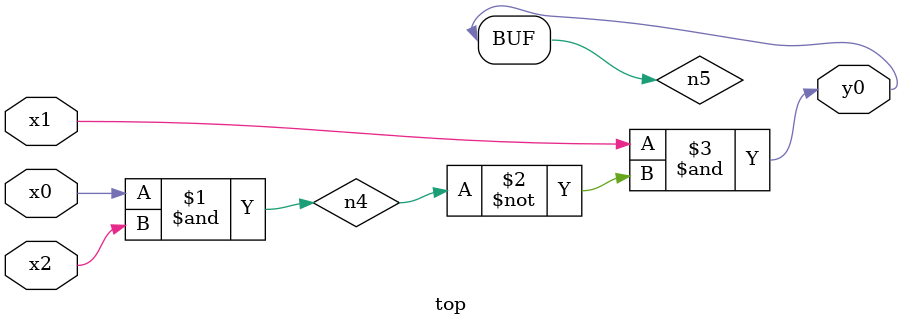
<source format=v>
module top( x0 , x1 , x2 , y0 );
  input x0 , x1 , x2 ;
  output y0 ;
  wire n4 , n5 ;
  assign n4 = x0 & x2 ;
  assign n5 = x1 & ~n4 ;
  assign y0 = n5 ;
endmodule

</source>
